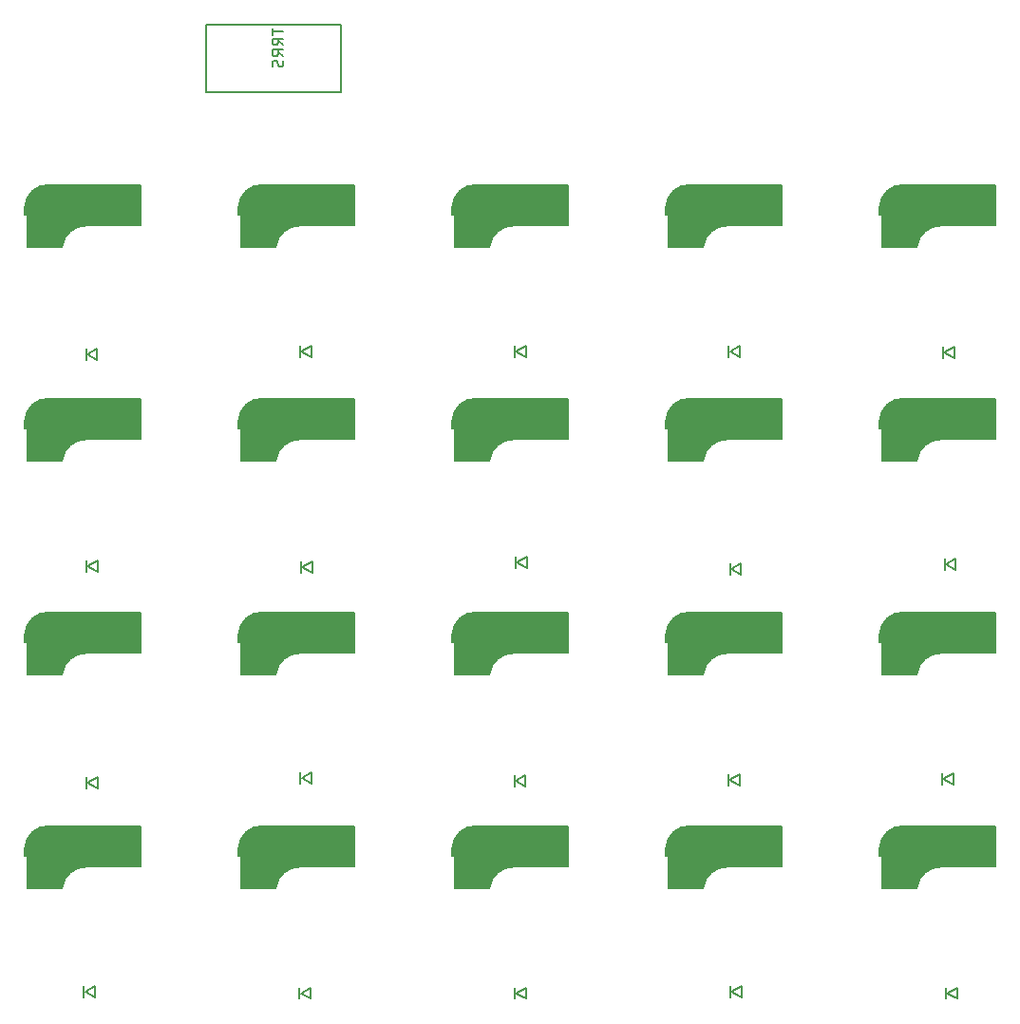
<source format=gbr>
%TF.GenerationSoftware,KiCad,Pcbnew,7.0.8*%
%TF.CreationDate,2023-10-28T15:02:47+09:00*%
%TF.ProjectId,jisaku20rp,6a697361-6b75-4323-9072-702e6b696361,rev?*%
%TF.SameCoordinates,Original*%
%TF.FileFunction,Legend,Bot*%
%TF.FilePolarity,Positive*%
%FSLAX46Y46*%
G04 Gerber Fmt 4.6, Leading zero omitted, Abs format (unit mm)*
G04 Created by KiCad (PCBNEW 7.0.8) date 2023-10-28 15:02:47*
%MOMM*%
%LPD*%
G01*
G04 APERTURE LIST*
%ADD10C,0.150000*%
%ADD11C,0.300000*%
%ADD12C,0.500000*%
%ADD13C,0.800000*%
%ADD14C,3.000000*%
%ADD15C,3.500000*%
%ADD16C,1.000000*%
%ADD17C,0.400000*%
G04 APERTURE END LIST*
D10*
X16128319Y20556404D02*
X16128319Y19984976D01*
X17128319Y20270690D02*
X16128319Y20270690D01*
X17128319Y19080214D02*
X16652128Y19413547D01*
X17128319Y19651642D02*
X16128319Y19651642D01*
X16128319Y19651642D02*
X16128319Y19270690D01*
X16128319Y19270690D02*
X16175938Y19175452D01*
X16175938Y19175452D02*
X16223557Y19127833D01*
X16223557Y19127833D02*
X16318795Y19080214D01*
X16318795Y19080214D02*
X16461652Y19080214D01*
X16461652Y19080214D02*
X16556890Y19127833D01*
X16556890Y19127833D02*
X16604509Y19175452D01*
X16604509Y19175452D02*
X16652128Y19270690D01*
X16652128Y19270690D02*
X16652128Y19651642D01*
X17128319Y18080214D02*
X16652128Y18413547D01*
X17128319Y18651642D02*
X16128319Y18651642D01*
X16128319Y18651642D02*
X16128319Y18270690D01*
X16128319Y18270690D02*
X16175938Y18175452D01*
X16175938Y18175452D02*
X16223557Y18127833D01*
X16223557Y18127833D02*
X16318795Y18080214D01*
X16318795Y18080214D02*
X16461652Y18080214D01*
X16461652Y18080214D02*
X16556890Y18127833D01*
X16556890Y18127833D02*
X16604509Y18175452D01*
X16604509Y18175452D02*
X16652128Y18270690D01*
X16652128Y18270690D02*
X16652128Y18651642D01*
X17080700Y17699261D02*
X17128319Y17556404D01*
X17128319Y17556404D02*
X17128319Y17318309D01*
X17128319Y17318309D02*
X17080700Y17223071D01*
X17080700Y17223071D02*
X17033080Y17175452D01*
X17033080Y17175452D02*
X16937842Y17127833D01*
X16937842Y17127833D02*
X16842604Y17127833D01*
X16842604Y17127833D02*
X16747366Y17175452D01*
X16747366Y17175452D02*
X16699747Y17223071D01*
X16699747Y17223071D02*
X16652128Y17318309D01*
X16652128Y17318309D02*
X16604509Y17508785D01*
X16604509Y17508785D02*
X16556890Y17604023D01*
X16556890Y17604023D02*
X16509271Y17651642D01*
X16509271Y17651642D02*
X16414033Y17699261D01*
X16414033Y17699261D02*
X16318795Y17699261D01*
X16318795Y17699261D02*
X16223557Y17651642D01*
X16223557Y17651642D02*
X16175938Y17604023D01*
X16175938Y17604023D02*
X16128319Y17508785D01*
X16128319Y17508785D02*
X16128319Y17270690D01*
X16128319Y17270690D02*
X16175938Y17127833D01*
%TO.C,J1*%
X10260000Y14870000D02*
X10260000Y20870000D01*
X22260000Y14870000D02*
X10260000Y14870000D01*
X10260000Y20870000D02*
X22260000Y20870000D01*
X22260000Y20870000D02*
X22260000Y14870000D01*
%TO.C,SW15*%
X70300000Y-33400000D02*
X70300000Y-34150000D01*
X70300000Y-34150000D02*
X70500000Y-34150000D01*
D11*
X70400000Y-34050000D02*
X70400000Y-33400000D01*
D10*
X70550000Y-32550000D02*
X70550000Y-37000000D01*
X70550000Y-37000000D02*
X73580000Y-37000000D01*
D12*
X70750000Y-36800000D02*
X73200000Y-36800000D01*
D13*
X70900000Y-36500000D02*
X70900000Y-34700001D01*
D14*
X72030000Y-33000000D02*
X72030000Y-35240000D01*
D10*
X75800000Y-35100000D02*
X80600000Y-35100000D01*
D15*
X78800000Y-33300000D02*
X72100000Y-33300000D01*
D16*
X80100000Y-32100000D02*
X80100000Y-34600000D01*
D12*
X80400000Y-34850000D02*
X79100000Y-34800000D01*
D17*
X80450000Y-31700000D02*
X79200000Y-31700000D01*
D10*
X80580000Y-34100000D02*
X80580000Y-31850000D01*
X80600000Y-31500000D02*
X72399999Y-31500000D01*
X80600000Y-35100000D02*
X80600000Y-31500000D01*
X72399999Y-31499999D02*
G75*
G03*
X70300000Y-33400001I-100000J-1999999D01*
G01*
D16*
X75400000Y-34700000D02*
G75*
G03*
X73183682Y-36578529I-65001J-2169999D01*
G01*
D10*
X75800000Y-35100000D02*
G75*
G03*
X73583682Y-36978529I-65001J-2169999D01*
G01*
%TO.C,SW1*%
X-5900000Y4700000D02*
X-5900000Y3950000D01*
X-5900000Y3950000D02*
X-5700000Y3950000D01*
D11*
X-5800000Y4050000D02*
X-5800000Y4700000D01*
D10*
X-5650000Y5550000D02*
X-5650000Y1100000D01*
X-5650000Y1100000D02*
X-2620000Y1100000D01*
D12*
X-5450000Y1300000D02*
X-3000000Y1300000D01*
D13*
X-5300000Y1600000D02*
X-5300000Y3399999D01*
D14*
X-4170000Y5100000D02*
X-4170000Y2860000D01*
D10*
X-400000Y3000000D02*
X4400000Y3000000D01*
D15*
X2600000Y4800000D02*
X-4100000Y4800000D01*
D16*
X3900000Y6000000D02*
X3900000Y3500000D01*
D12*
X4200000Y3250000D02*
X2900000Y3300000D01*
D17*
X4250000Y6400000D02*
X3000000Y6400000D01*
D10*
X4380000Y4000000D02*
X4380000Y6250000D01*
X4400000Y6600000D02*
X-3800001Y6600000D01*
X4400000Y3000000D02*
X4400000Y6600000D01*
X-3800001Y6600001D02*
G75*
G03*
X-5900000Y4699999I-100000J-1999999D01*
G01*
D16*
X-800000Y3400000D02*
G75*
G03*
X-3016318Y1521471I-65001J-2169999D01*
G01*
D10*
X-400000Y3000000D02*
G75*
G03*
X-2616318Y1121471I-65001J-2169999D01*
G01*
%TO.C,SW14*%
X51250000Y-33400000D02*
X51250000Y-34150000D01*
X51250000Y-34150000D02*
X51450000Y-34150000D01*
D11*
X51350000Y-34050000D02*
X51350000Y-33400000D01*
D10*
X51500000Y-32550000D02*
X51500000Y-37000000D01*
X51500000Y-37000000D02*
X54530000Y-37000000D01*
D12*
X51700000Y-36800000D02*
X54150000Y-36800000D01*
D13*
X51850000Y-36500000D02*
X51850000Y-34700001D01*
D14*
X52980000Y-33000000D02*
X52980000Y-35240000D01*
D10*
X56750000Y-35100000D02*
X61550000Y-35100000D01*
D15*
X59750000Y-33300000D02*
X53050000Y-33300000D01*
D16*
X61050000Y-32100000D02*
X61050000Y-34600000D01*
D12*
X61350000Y-34850000D02*
X60050000Y-34800000D01*
D17*
X61400000Y-31700000D02*
X60150000Y-31700000D01*
D10*
X61530000Y-34100000D02*
X61530000Y-31850000D01*
X61550000Y-31500000D02*
X53349999Y-31500000D01*
X61550000Y-35100000D02*
X61550000Y-31500000D01*
X53349999Y-31499999D02*
G75*
G03*
X51250000Y-33400001I-100000J-1999999D01*
G01*
D16*
X56350000Y-34700000D02*
G75*
G03*
X54133682Y-36578529I-65001J-2169999D01*
G01*
D10*
X56750000Y-35100000D02*
G75*
G03*
X54533682Y-36978529I-65001J-2169999D01*
G01*
%TO.C,SW2*%
X13150000Y4700000D02*
X13150000Y3950000D01*
X13150000Y3950000D02*
X13350000Y3950000D01*
D11*
X13250000Y4050000D02*
X13250000Y4700000D01*
D10*
X13400000Y5550000D02*
X13400000Y1100000D01*
X13400000Y1100000D02*
X16430000Y1100000D01*
D12*
X13600000Y1300000D02*
X16050000Y1300000D01*
D13*
X13750000Y1600000D02*
X13750000Y3399999D01*
D14*
X14880000Y5100000D02*
X14880000Y2860000D01*
D10*
X18650000Y3000000D02*
X23450000Y3000000D01*
D15*
X21650000Y4800000D02*
X14950000Y4800000D01*
D16*
X22950000Y6000000D02*
X22950000Y3500000D01*
D12*
X23250000Y3250000D02*
X21950000Y3300000D01*
D17*
X23300000Y6400000D02*
X22050000Y6400000D01*
D10*
X23430000Y4000000D02*
X23430000Y6250000D01*
X23450000Y6600000D02*
X15249999Y6600000D01*
X23450000Y3000000D02*
X23450000Y6600000D01*
X15249999Y6600001D02*
G75*
G03*
X13150000Y4699999I-100000J-1999999D01*
G01*
D16*
X18250000Y3400000D02*
G75*
G03*
X16033682Y1521471I-65001J-2169999D01*
G01*
D10*
X18650000Y3000000D02*
G75*
G03*
X16433682Y1121471I-65001J-2169999D01*
G01*
%TO.C,SW17*%
X13150000Y-52450000D02*
X13150000Y-53200000D01*
X13150000Y-53200000D02*
X13350000Y-53200000D01*
D11*
X13250000Y-53100000D02*
X13250000Y-52450000D01*
D10*
X13400000Y-51600000D02*
X13400000Y-56050000D01*
X13400000Y-56050000D02*
X16430000Y-56050000D01*
D12*
X13600000Y-55850000D02*
X16050000Y-55850000D01*
D13*
X13750000Y-55550000D02*
X13750000Y-53750001D01*
D14*
X14880000Y-52050000D02*
X14880000Y-54290000D01*
D10*
X18650000Y-54150000D02*
X23450000Y-54150000D01*
D15*
X21650000Y-52350000D02*
X14950000Y-52350000D01*
D16*
X22950000Y-51150000D02*
X22950000Y-53650000D01*
D12*
X23250000Y-53900000D02*
X21950000Y-53850000D01*
D17*
X23300000Y-50750000D02*
X22050000Y-50750000D01*
D10*
X23430000Y-53150000D02*
X23430000Y-50900000D01*
X23450000Y-50550000D02*
X15249999Y-50550000D01*
X23450000Y-54150000D02*
X23450000Y-50550000D01*
X15249999Y-50549999D02*
G75*
G03*
X13150000Y-52450001I-100000J-1999999D01*
G01*
D16*
X18250000Y-53750000D02*
G75*
G03*
X16033682Y-55628529I-65001J-2169999D01*
G01*
D10*
X18650000Y-54150000D02*
G75*
G03*
X16433682Y-56028529I-65001J-2169999D01*
G01*
%TO.C,SW5*%
X70300000Y4700000D02*
X70300000Y3950000D01*
X70300000Y3950000D02*
X70500000Y3950000D01*
D11*
X70400000Y4050000D02*
X70400000Y4700000D01*
D10*
X70550000Y5550000D02*
X70550000Y1100000D01*
X70550000Y1100000D02*
X73580000Y1100000D01*
D12*
X70750000Y1300000D02*
X73200000Y1300000D01*
D13*
X70900000Y1600000D02*
X70900000Y3399999D01*
D14*
X72030000Y5100000D02*
X72030000Y2860000D01*
D10*
X75800000Y3000000D02*
X80600000Y3000000D01*
D15*
X78800000Y4800000D02*
X72100000Y4800000D01*
D16*
X80100000Y6000000D02*
X80100000Y3500000D01*
D12*
X80400000Y3250000D02*
X79100000Y3300000D01*
D17*
X80450000Y6400000D02*
X79200000Y6400000D01*
D10*
X80580000Y4000000D02*
X80580000Y6250000D01*
X80600000Y6600000D02*
X72399999Y6600000D01*
X80600000Y3000000D02*
X80600000Y6600000D01*
X72399999Y6600001D02*
G75*
G03*
X70300000Y4699999I-100000J-1999999D01*
G01*
D16*
X75400000Y3400000D02*
G75*
G03*
X73183682Y1521471I-65001J-2169999D01*
G01*
D10*
X75800000Y3000000D02*
G75*
G03*
X73583682Y1121471I-65001J-2169999D01*
G01*
%TO.C,SW7*%
X13150000Y-14350000D02*
X13150000Y-15100000D01*
X13150000Y-15100000D02*
X13350000Y-15100000D01*
D11*
X13250000Y-15000000D02*
X13250000Y-14350000D01*
D10*
X13400000Y-13500000D02*
X13400000Y-17950000D01*
X13400000Y-17950000D02*
X16430000Y-17950000D01*
D12*
X13600000Y-17750000D02*
X16050000Y-17750000D01*
D13*
X13750000Y-17450000D02*
X13750000Y-15650001D01*
D14*
X14880000Y-13950000D02*
X14880000Y-16190000D01*
D10*
X18650000Y-16050000D02*
X23450000Y-16050000D01*
D15*
X21650000Y-14250000D02*
X14950000Y-14250000D01*
D16*
X22950000Y-13050000D02*
X22950000Y-15550000D01*
D12*
X23250000Y-15800000D02*
X21950000Y-15750000D01*
D17*
X23300000Y-12650000D02*
X22050000Y-12650000D01*
D10*
X23430000Y-15050000D02*
X23430000Y-12800000D01*
X23450000Y-12450000D02*
X15249999Y-12450000D01*
X23450000Y-16050000D02*
X23450000Y-12450000D01*
X15249999Y-12449999D02*
G75*
G03*
X13150000Y-14350001I-100000J-1999999D01*
G01*
D16*
X18250000Y-15650000D02*
G75*
G03*
X16033682Y-17528529I-65001J-2169999D01*
G01*
D10*
X18650000Y-16050000D02*
G75*
G03*
X16433682Y-17928529I-65001J-2169999D01*
G01*
%TO.C,SW20*%
X70300000Y-52450000D02*
X70300000Y-53200000D01*
X70300000Y-53200000D02*
X70500000Y-53200000D01*
D11*
X70400000Y-53100000D02*
X70400000Y-52450000D01*
D10*
X70550000Y-51600000D02*
X70550000Y-56050000D01*
X70550000Y-56050000D02*
X73580000Y-56050000D01*
D12*
X70750000Y-55850000D02*
X73200000Y-55850000D01*
D13*
X70900000Y-55550000D02*
X70900000Y-53750001D01*
D14*
X72030000Y-52050000D02*
X72030000Y-54290000D01*
D10*
X75800000Y-54150000D02*
X80600000Y-54150000D01*
D15*
X78800000Y-52350000D02*
X72100000Y-52350000D01*
D16*
X80100000Y-51150000D02*
X80100000Y-53650000D01*
D12*
X80400000Y-53900000D02*
X79100000Y-53850000D01*
D17*
X80450000Y-50750000D02*
X79200000Y-50750000D01*
D10*
X80580000Y-53150000D02*
X80580000Y-50900000D01*
X80600000Y-50550000D02*
X72399999Y-50550000D01*
X80600000Y-54150000D02*
X80600000Y-50550000D01*
X72399999Y-50549999D02*
G75*
G03*
X70300000Y-52450001I-100000J-1999999D01*
G01*
D16*
X75400000Y-53750000D02*
G75*
G03*
X73183682Y-55628529I-65001J-2169999D01*
G01*
D10*
X75800000Y-54150000D02*
G75*
G03*
X73583682Y-56028529I-65001J-2169999D01*
G01*
%TO.C,SW8*%
X32200000Y-14350000D02*
X32200000Y-15100000D01*
X32200000Y-15100000D02*
X32400000Y-15100000D01*
D11*
X32300000Y-15000000D02*
X32300000Y-14350000D01*
D10*
X32450000Y-13500000D02*
X32450000Y-17950000D01*
X32450000Y-17950000D02*
X35480000Y-17950000D01*
D12*
X32650000Y-17750000D02*
X35100000Y-17750000D01*
D13*
X32800000Y-17450000D02*
X32800000Y-15650001D01*
D14*
X33930000Y-13950000D02*
X33930000Y-16190000D01*
D10*
X37700000Y-16050000D02*
X42500000Y-16050000D01*
D15*
X40700000Y-14250000D02*
X34000000Y-14250000D01*
D16*
X42000000Y-13050000D02*
X42000000Y-15550000D01*
D12*
X42300000Y-15800000D02*
X41000000Y-15750000D01*
D17*
X42350000Y-12650000D02*
X41100000Y-12650000D01*
D10*
X42480000Y-15050000D02*
X42480000Y-12800000D01*
X42500000Y-12450000D02*
X34299999Y-12450000D01*
X42500000Y-16050000D02*
X42500000Y-12450000D01*
X34299999Y-12449999D02*
G75*
G03*
X32200000Y-14350001I-100000J-1999999D01*
G01*
D16*
X37300000Y-15650000D02*
G75*
G03*
X35083682Y-17528529I-65001J-2169999D01*
G01*
D10*
X37700000Y-16050000D02*
G75*
G03*
X35483682Y-17928529I-65001J-2169999D01*
G01*
%TO.C,SW10*%
X70300000Y-14350000D02*
X70300000Y-15100000D01*
X70300000Y-15100000D02*
X70500000Y-15100000D01*
D11*
X70400000Y-15000000D02*
X70400000Y-14350000D01*
D10*
X70550000Y-13500000D02*
X70550000Y-17950000D01*
X70550000Y-17950000D02*
X73580000Y-17950000D01*
D12*
X70750000Y-17750000D02*
X73200000Y-17750000D01*
D13*
X70900000Y-17450000D02*
X70900000Y-15650001D01*
D14*
X72030000Y-13950000D02*
X72030000Y-16190000D01*
D10*
X75800000Y-16050000D02*
X80600000Y-16050000D01*
D15*
X78800000Y-14250000D02*
X72100000Y-14250000D01*
D16*
X80100000Y-13050000D02*
X80100000Y-15550000D01*
D12*
X80400000Y-15800000D02*
X79100000Y-15750000D01*
D17*
X80450000Y-12650000D02*
X79200000Y-12650000D01*
D10*
X80580000Y-15050000D02*
X80580000Y-12800000D01*
X80600000Y-12450000D02*
X72399999Y-12450000D01*
X80600000Y-16050000D02*
X80600000Y-12450000D01*
X72399999Y-12449999D02*
G75*
G03*
X70300000Y-14350001I-100000J-1999999D01*
G01*
D16*
X75400000Y-15650000D02*
G75*
G03*
X73183682Y-17528529I-65001J-2169999D01*
G01*
D10*
X75800000Y-16050000D02*
G75*
G03*
X73583682Y-17928529I-65001J-2169999D01*
G01*
%TO.C,SW3*%
X32200000Y4700000D02*
X32200000Y3950000D01*
X32200000Y3950000D02*
X32400000Y3950000D01*
D11*
X32300000Y4050000D02*
X32300000Y4700000D01*
D10*
X32450000Y5550000D02*
X32450000Y1100000D01*
X32450000Y1100000D02*
X35480000Y1100000D01*
D12*
X32650000Y1300000D02*
X35100000Y1300000D01*
D13*
X32800000Y1600000D02*
X32800000Y3399999D01*
D14*
X33930000Y5100000D02*
X33930000Y2860000D01*
D10*
X37700000Y3000000D02*
X42500000Y3000000D01*
D15*
X40700000Y4800000D02*
X34000000Y4800000D01*
D16*
X42000000Y6000000D02*
X42000000Y3500000D01*
D12*
X42300000Y3250000D02*
X41000000Y3300000D01*
D17*
X42350000Y6400000D02*
X41100000Y6400000D01*
D10*
X42480000Y4000000D02*
X42480000Y6250000D01*
X42500000Y6600000D02*
X34299999Y6600000D01*
X42500000Y3000000D02*
X42500000Y6600000D01*
X34299999Y6600001D02*
G75*
G03*
X32200000Y4699999I-100000J-1999999D01*
G01*
D16*
X37300000Y3400000D02*
G75*
G03*
X35083682Y1521471I-65001J-2169999D01*
G01*
D10*
X37700000Y3000000D02*
G75*
G03*
X35483682Y1121471I-65001J-2169999D01*
G01*
%TO.C,SW16*%
X-5900000Y-52450000D02*
X-5900000Y-53200000D01*
X-5900000Y-53200000D02*
X-5700000Y-53200000D01*
D11*
X-5800000Y-53100000D02*
X-5800000Y-52450000D01*
D10*
X-5650000Y-51600000D02*
X-5650000Y-56050000D01*
X-5650000Y-56050000D02*
X-2620000Y-56050000D01*
D12*
X-5450000Y-55850000D02*
X-3000000Y-55850000D01*
D13*
X-5300000Y-55550000D02*
X-5300000Y-53750001D01*
D14*
X-4170000Y-52050000D02*
X-4170000Y-54290000D01*
D10*
X-400000Y-54150000D02*
X4400000Y-54150000D01*
D15*
X2600000Y-52350000D02*
X-4100000Y-52350000D01*
D16*
X3900000Y-51150000D02*
X3900000Y-53650000D01*
D12*
X4200000Y-53900000D02*
X2900000Y-53850000D01*
D17*
X4250000Y-50750000D02*
X3000000Y-50750000D01*
D10*
X4380000Y-53150000D02*
X4380000Y-50900000D01*
X4400000Y-50550000D02*
X-3800001Y-50550000D01*
X4400000Y-54150000D02*
X4400000Y-50550000D01*
X-3800001Y-50549999D02*
G75*
G03*
X-5900000Y-52450001I-100000J-1999999D01*
G01*
D16*
X-800000Y-53750000D02*
G75*
G03*
X-3016318Y-55628529I-65001J-2169999D01*
G01*
D10*
X-400000Y-54150000D02*
G75*
G03*
X-2616318Y-56028529I-65001J-2169999D01*
G01*
%TO.C,SW18*%
X32200000Y-52450000D02*
X32200000Y-53200000D01*
X32200000Y-53200000D02*
X32400000Y-53200000D01*
D11*
X32300000Y-53100000D02*
X32300000Y-52450000D01*
D10*
X32450000Y-51600000D02*
X32450000Y-56050000D01*
X32450000Y-56050000D02*
X35480000Y-56050000D01*
D12*
X32650000Y-55850000D02*
X35100000Y-55850000D01*
D13*
X32800000Y-55550000D02*
X32800000Y-53750001D01*
D14*
X33930000Y-52050000D02*
X33930000Y-54290000D01*
D10*
X37700000Y-54150000D02*
X42500000Y-54150000D01*
D15*
X40700000Y-52350000D02*
X34000000Y-52350000D01*
D16*
X42000000Y-51150000D02*
X42000000Y-53650000D01*
D12*
X42300000Y-53900000D02*
X41000000Y-53850000D01*
D17*
X42350000Y-50750000D02*
X41100000Y-50750000D01*
D10*
X42480000Y-53150000D02*
X42480000Y-50900000D01*
X42500000Y-50550000D02*
X34299999Y-50550000D01*
X42500000Y-54150000D02*
X42500000Y-50550000D01*
X34299999Y-50549999D02*
G75*
G03*
X32200000Y-52450001I-100000J-1999999D01*
G01*
D16*
X37300000Y-53750000D02*
G75*
G03*
X35083682Y-55628529I-65001J-2169999D01*
G01*
D10*
X37700000Y-54150000D02*
G75*
G03*
X35483682Y-56028529I-65001J-2169999D01*
G01*
%TO.C,SW12*%
X13150000Y-33400000D02*
X13150000Y-34150000D01*
X13150000Y-34150000D02*
X13350000Y-34150000D01*
D11*
X13250000Y-34050000D02*
X13250000Y-33400000D01*
D10*
X13400000Y-32550000D02*
X13400000Y-37000000D01*
X13400000Y-37000000D02*
X16430000Y-37000000D01*
D12*
X13600000Y-36800000D02*
X16050000Y-36800000D01*
D13*
X13750000Y-36500000D02*
X13750000Y-34700001D01*
D14*
X14880000Y-33000000D02*
X14880000Y-35240000D01*
D10*
X18650000Y-35100000D02*
X23450000Y-35100000D01*
D15*
X21650000Y-33300000D02*
X14950000Y-33300000D01*
D16*
X22950000Y-32100000D02*
X22950000Y-34600000D01*
D12*
X23250000Y-34850000D02*
X21950000Y-34800000D01*
D17*
X23300000Y-31700000D02*
X22050000Y-31700000D01*
D10*
X23430000Y-34100000D02*
X23430000Y-31850000D01*
X23450000Y-31500000D02*
X15249999Y-31500000D01*
X23450000Y-35100000D02*
X23450000Y-31500000D01*
X15249999Y-31499999D02*
G75*
G03*
X13150000Y-33400001I-100000J-1999999D01*
G01*
D16*
X18250000Y-34700000D02*
G75*
G03*
X16033682Y-36578529I-65001J-2169999D01*
G01*
D10*
X18650000Y-35100000D02*
G75*
G03*
X16433682Y-36978529I-65001J-2169999D01*
G01*
%TO.C,SW9*%
X51250000Y-14350000D02*
X51250000Y-15100000D01*
X51250000Y-15100000D02*
X51450000Y-15100000D01*
D11*
X51350000Y-15000000D02*
X51350000Y-14350000D01*
D10*
X51500000Y-13500000D02*
X51500000Y-17950000D01*
X51500000Y-17950000D02*
X54530000Y-17950000D01*
D12*
X51700000Y-17750000D02*
X54150000Y-17750000D01*
D13*
X51850000Y-17450000D02*
X51850000Y-15650001D01*
D14*
X52980000Y-13950000D02*
X52980000Y-16190000D01*
D10*
X56750000Y-16050000D02*
X61550000Y-16050000D01*
D15*
X59750000Y-14250000D02*
X53050000Y-14250000D01*
D16*
X61050000Y-13050000D02*
X61050000Y-15550000D01*
D12*
X61350000Y-15800000D02*
X60050000Y-15750000D01*
D17*
X61400000Y-12650000D02*
X60150000Y-12650000D01*
D10*
X61530000Y-15050000D02*
X61530000Y-12800000D01*
X61550000Y-12450000D02*
X53349999Y-12450000D01*
X61550000Y-16050000D02*
X61550000Y-12450000D01*
X53349999Y-12449999D02*
G75*
G03*
X51250000Y-14350001I-100000J-1999999D01*
G01*
D16*
X56350000Y-15650000D02*
G75*
G03*
X54133682Y-17528529I-65001J-2169999D01*
G01*
D10*
X56750000Y-16050000D02*
G75*
G03*
X54533682Y-17928529I-65001J-2169999D01*
G01*
%TO.C,SW11*%
X-5900000Y-33400000D02*
X-5900000Y-34150000D01*
X-5900000Y-34150000D02*
X-5700000Y-34150000D01*
D11*
X-5800000Y-34050000D02*
X-5800000Y-33400000D01*
D10*
X-5650000Y-32550000D02*
X-5650000Y-37000000D01*
X-5650000Y-37000000D02*
X-2620000Y-37000000D01*
D12*
X-5450000Y-36800000D02*
X-3000000Y-36800000D01*
D13*
X-5300000Y-36500000D02*
X-5300000Y-34700001D01*
D14*
X-4170000Y-33000000D02*
X-4170000Y-35240000D01*
D10*
X-400000Y-35100000D02*
X4400000Y-35100000D01*
D15*
X2600000Y-33300000D02*
X-4100000Y-33300000D01*
D16*
X3900000Y-32100000D02*
X3900000Y-34600000D01*
D12*
X4200000Y-34850000D02*
X2900000Y-34800000D01*
D17*
X4250000Y-31700000D02*
X3000000Y-31700000D01*
D10*
X4380000Y-34100000D02*
X4380000Y-31850000D01*
X4400000Y-31500000D02*
X-3800001Y-31500000D01*
X4400000Y-35100000D02*
X4400000Y-31500000D01*
X-3800001Y-31499999D02*
G75*
G03*
X-5900000Y-33400001I-100000J-1999999D01*
G01*
D16*
X-800000Y-34700000D02*
G75*
G03*
X-3016318Y-36578529I-65001J-2169999D01*
G01*
D10*
X-400000Y-35100000D02*
G75*
G03*
X-2616318Y-36978529I-65001J-2169999D01*
G01*
%TO.C,SW6*%
X-5900000Y-14350000D02*
X-5900000Y-15100000D01*
X-5900000Y-15100000D02*
X-5700000Y-15100000D01*
D11*
X-5800000Y-15000000D02*
X-5800000Y-14350000D01*
D10*
X-5650000Y-13500000D02*
X-5650000Y-17950000D01*
X-5650000Y-17950000D02*
X-2620000Y-17950000D01*
D12*
X-5450000Y-17750000D02*
X-3000000Y-17750000D01*
D13*
X-5300000Y-17450000D02*
X-5300000Y-15650001D01*
D14*
X-4170000Y-13950000D02*
X-4170000Y-16190000D01*
D10*
X-400000Y-16050000D02*
X4400000Y-16050000D01*
D15*
X2600000Y-14250000D02*
X-4100000Y-14250000D01*
D16*
X3900000Y-13050000D02*
X3900000Y-15550000D01*
D12*
X4200000Y-15800000D02*
X2900000Y-15750000D01*
D17*
X4250000Y-12650000D02*
X3000000Y-12650000D01*
D10*
X4380000Y-15050000D02*
X4380000Y-12800000D01*
X4400000Y-12450000D02*
X-3800001Y-12450000D01*
X4400000Y-16050000D02*
X4400000Y-12450000D01*
X-3800001Y-12449999D02*
G75*
G03*
X-5900000Y-14350001I-100000J-1999999D01*
G01*
D16*
X-800000Y-15650000D02*
G75*
G03*
X-3016318Y-17528529I-65001J-2169999D01*
G01*
D10*
X-400000Y-16050000D02*
G75*
G03*
X-2616318Y-17928529I-65001J-2169999D01*
G01*
%TO.C,SW4*%
X51250000Y4700000D02*
X51250000Y3950000D01*
X51250000Y3950000D02*
X51450000Y3950000D01*
D11*
X51350000Y4050000D02*
X51350000Y4700000D01*
D10*
X51500000Y5550000D02*
X51500000Y1100000D01*
X51500000Y1100000D02*
X54530000Y1100000D01*
D12*
X51700000Y1300000D02*
X54150000Y1300000D01*
D13*
X51850000Y1600000D02*
X51850000Y3399999D01*
D14*
X52980000Y5100000D02*
X52980000Y2860000D01*
D10*
X56750000Y3000000D02*
X61550000Y3000000D01*
D15*
X59750000Y4800000D02*
X53050000Y4800000D01*
D16*
X61050000Y6000000D02*
X61050000Y3500000D01*
D12*
X61350000Y3250000D02*
X60050000Y3300000D01*
D17*
X61400000Y6400000D02*
X60150000Y6400000D01*
D10*
X61530000Y4000000D02*
X61530000Y6250000D01*
X61550000Y6600000D02*
X53349999Y6600000D01*
X61550000Y3000000D02*
X61550000Y6600000D01*
X53349999Y6600001D02*
G75*
G03*
X51250000Y4699999I-100000J-1999999D01*
G01*
D16*
X56350000Y3400000D02*
G75*
G03*
X54133682Y1521471I-65001J-2169999D01*
G01*
D10*
X56750000Y3000000D02*
G75*
G03*
X54533682Y1121471I-65001J-2169999D01*
G01*
%TO.C,SW13*%
X32200000Y-33400000D02*
X32200000Y-34150000D01*
X32200000Y-34150000D02*
X32400000Y-34150000D01*
D11*
X32300000Y-34050000D02*
X32300000Y-33400000D01*
D10*
X32450000Y-32550000D02*
X32450000Y-37000000D01*
X32450000Y-37000000D02*
X35480000Y-37000000D01*
D12*
X32650000Y-36800000D02*
X35100000Y-36800000D01*
D13*
X32800000Y-36500000D02*
X32800000Y-34700001D01*
D14*
X33930000Y-33000000D02*
X33930000Y-35240000D01*
D10*
X37700000Y-35100000D02*
X42500000Y-35100000D01*
D15*
X40700000Y-33300000D02*
X34000000Y-33300000D01*
D16*
X42000000Y-32100000D02*
X42000000Y-34600000D01*
D12*
X42300000Y-34850000D02*
X41000000Y-34800000D01*
D17*
X42350000Y-31700000D02*
X41100000Y-31700000D01*
D10*
X42480000Y-34100000D02*
X42480000Y-31850000D01*
X42500000Y-31500000D02*
X34299999Y-31500000D01*
X42500000Y-35100000D02*
X42500000Y-31500000D01*
X34299999Y-31499999D02*
G75*
G03*
X32200000Y-33400001I-100000J-1999999D01*
G01*
D16*
X37300000Y-34700000D02*
G75*
G03*
X35083682Y-36578529I-65001J-2169999D01*
G01*
D10*
X37700000Y-35100000D02*
G75*
G03*
X35483682Y-36978529I-65001J-2169999D01*
G01*
%TO.C,SW19*%
X51250000Y-52450000D02*
X51250000Y-53200000D01*
X51250000Y-53200000D02*
X51450000Y-53200000D01*
D11*
X51350000Y-53100000D02*
X51350000Y-52450000D01*
D10*
X51500000Y-51600000D02*
X51500000Y-56050000D01*
X51500000Y-56050000D02*
X54530000Y-56050000D01*
D12*
X51700000Y-55850000D02*
X54150000Y-55850000D01*
D13*
X51850000Y-55550000D02*
X51850000Y-53750001D01*
D14*
X52980000Y-52050000D02*
X52980000Y-54290000D01*
D10*
X56750000Y-54150000D02*
X61550000Y-54150000D01*
D15*
X59750000Y-52350000D02*
X53050000Y-52350000D01*
D16*
X61050000Y-51150000D02*
X61050000Y-53650000D01*
D12*
X61350000Y-53900000D02*
X60050000Y-53850000D01*
D17*
X61400000Y-50750000D02*
X60150000Y-50750000D01*
D10*
X61530000Y-53150000D02*
X61530000Y-50900000D01*
X61550000Y-50550000D02*
X53349999Y-50550000D01*
X61550000Y-54150000D02*
X61550000Y-50550000D01*
X53349999Y-50549999D02*
G75*
G03*
X51250000Y-52450001I-100000J-1999999D01*
G01*
D16*
X56350000Y-53750000D02*
G75*
G03*
X54133682Y-55628529I-65001J-2169999D01*
G01*
D10*
X56750000Y-54150000D02*
G75*
G03*
X54533682Y-56028529I-65001J-2169999D01*
G01*
%TO.C,D15*%
X75860000Y-46832500D02*
X75860000Y-45832500D01*
X75960000Y-46332500D02*
X76860000Y-46832500D01*
X76860000Y-45832500D02*
X75960000Y-46332500D01*
X76860000Y-46832500D02*
X76860000Y-45832500D01*
%TO.C,D11*%
X-430000Y-47140000D02*
X-430000Y-46140000D01*
X-330000Y-46640000D02*
X570000Y-47140000D01*
X570000Y-46140000D02*
X-330000Y-46640000D01*
X570000Y-47140000D02*
X570000Y-46140000D01*
%TO.C,D4*%
X56830000Y-8740000D02*
X56830000Y-7740000D01*
X56930000Y-8240000D02*
X57830000Y-8740000D01*
X57830000Y-7740000D02*
X56930000Y-8240000D01*
X57830000Y-8740000D02*
X57830000Y-7740000D01*
%TO.C,D6*%
X-450000Y-27840000D02*
X-450000Y-26840000D01*
X-350000Y-27340000D02*
X550000Y-27840000D01*
X550000Y-26840000D02*
X-350000Y-27340000D01*
X550000Y-27840000D02*
X550000Y-26840000D01*
%TO.C,D9*%
X56940000Y-28130000D02*
X56940000Y-27130000D01*
X57040000Y-27630000D02*
X57940000Y-28130000D01*
X57940000Y-27130000D02*
X57040000Y-27630000D01*
X57940000Y-28130000D02*
X57940000Y-27130000D01*
%TO.C,D8*%
X37810000Y-27550000D02*
X37810000Y-26550000D01*
X37910000Y-27050000D02*
X38810000Y-27550000D01*
X38810000Y-26550000D02*
X37910000Y-27050000D01*
X38810000Y-27550000D02*
X38810000Y-26550000D01*
%TO.C,D20*%
X76195000Y-65930000D02*
X76195000Y-64930000D01*
X76295000Y-65430000D02*
X77195000Y-65930000D01*
X77195000Y-64930000D02*
X76295000Y-65430000D01*
X77195000Y-65930000D02*
X77195000Y-64930000D01*
%TO.C,D17*%
X18561250Y-65930000D02*
X18561250Y-64930000D01*
X18661250Y-65430000D02*
X19561250Y-65930000D01*
X19561250Y-64930000D02*
X18661250Y-65430000D01*
X19561250Y-65930000D02*
X19561250Y-64930000D01*
%TO.C,D12*%
X18642500Y-46730000D02*
X18642500Y-45730000D01*
X18742500Y-46230000D02*
X19642500Y-46730000D01*
X19642500Y-45730000D02*
X18742500Y-46230000D01*
X19642500Y-46730000D02*
X19642500Y-45730000D01*
%TO.C,D10*%
X76070000Y-27695000D02*
X76070000Y-26695000D01*
X76170000Y-27195000D02*
X77070000Y-27695000D01*
X77070000Y-26695000D02*
X76170000Y-27195000D01*
X77070000Y-27695000D02*
X77070000Y-26695000D01*
%TO.C,D5*%
X75930000Y-8800000D02*
X75930000Y-7800000D01*
X76030000Y-8300000D02*
X76930000Y-8800000D01*
X76930000Y-7800000D02*
X76030000Y-8300000D01*
X76930000Y-8800000D02*
X76930000Y-7800000D01*
%TO.C,D13*%
X37715000Y-47037500D02*
X37715000Y-46037500D01*
X37815000Y-46537500D02*
X38715000Y-47037500D01*
X38715000Y-46037500D02*
X37815000Y-46537500D01*
X38715000Y-47037500D02*
X38715000Y-46037500D01*
%TO.C,D1*%
X-470000Y-9010000D02*
X-470000Y-8010000D01*
X-370000Y-8510000D02*
X530000Y-9010000D01*
X530000Y-8010000D02*
X-370000Y-8510000D01*
X530000Y-9010000D02*
X530000Y-8010000D01*
%TO.C,D14*%
X56787500Y-46935000D02*
X56787500Y-45935000D01*
X56887500Y-46435000D02*
X57787500Y-46935000D01*
X57787500Y-45935000D02*
X56887500Y-46435000D01*
X57787500Y-46935000D02*
X57787500Y-45935000D01*
%TO.C,D7*%
X18680000Y-27985000D02*
X18680000Y-26985000D01*
X18780000Y-27485000D02*
X19680000Y-27985000D01*
X19680000Y-26985000D02*
X18780000Y-27485000D01*
X19680000Y-27985000D02*
X19680000Y-26985000D01*
%TO.C,D3*%
X37730000Y-8740000D02*
X37730000Y-7740000D01*
X37830000Y-8240000D02*
X38730000Y-8740000D01*
X38730000Y-7740000D02*
X37830000Y-8240000D01*
X38730000Y-8740000D02*
X38730000Y-7740000D01*
%TO.C,D19*%
X56983750Y-65800000D02*
X56983750Y-64800000D01*
X57083750Y-65300000D02*
X57983750Y-65800000D01*
X57983750Y-64800000D02*
X57083750Y-65300000D01*
X57983750Y-65800000D02*
X57983750Y-64800000D01*
%TO.C,D18*%
X37772500Y-65930000D02*
X37772500Y-64930000D01*
X37872500Y-65430000D02*
X38772500Y-65930000D01*
X38772500Y-64930000D02*
X37872500Y-65430000D01*
X38772500Y-65930000D02*
X38772500Y-64930000D01*
%TO.C,D16*%
X-650000Y-65800000D02*
X-650000Y-64800000D01*
X-550000Y-65300000D02*
X350000Y-65800000D01*
X350000Y-64800000D02*
X-550000Y-65300000D01*
X350000Y-65800000D02*
X350000Y-64800000D01*
%TO.C,D2*%
X18630000Y-8740000D02*
X18630000Y-7740000D01*
X18730000Y-8240000D02*
X19630000Y-8740000D01*
X19630000Y-7740000D02*
X18730000Y-8240000D01*
X19630000Y-8740000D02*
X19630000Y-7740000D01*
%TD*%
M02*

</source>
